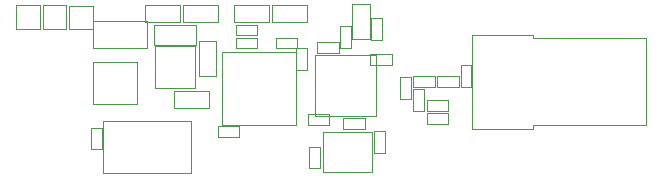
<source format=gbr>
%TF.GenerationSoftware,KiCad,Pcbnew,(5.1.9)-1*%
%TF.CreationDate,2021-11-01T00:10:39+05:30*%
%TF.ProjectId,STM32-nRF24,53544d33-322d-46e5-9246-32342e6b6963,Rev. A*%
%TF.SameCoordinates,Original*%
%TF.FileFunction,Other,User*%
%FSLAX46Y46*%
G04 Gerber Fmt 4.6, Leading zero omitted, Abs format (unit mm)*
G04 Created by KiCad (PCBNEW (5.1.9)-1) date 2021-11-01 00:10:39*
%MOMM*%
%LPD*%
G01*
G04 APERTURE LIST*
%ADD10C,0.050000*%
G04 APERTURE END LIST*
D10*
%TO.C,3v3*%
X85950000Y-155800000D02*
X83950000Y-155800000D01*
X85950000Y-155800000D02*
X85950000Y-153800000D01*
X83950000Y-153800000D02*
X83950000Y-155800000D01*
X83950000Y-153800000D02*
X85950000Y-153800000D01*
%TO.C,REF\u002A\u002A*%
X90450000Y-155850000D02*
X88450000Y-155850000D01*
X90450000Y-155850000D02*
X90450000Y-153850000D01*
X88450000Y-153850000D02*
X88450000Y-155850000D01*
X88450000Y-153850000D02*
X90450000Y-153850000D01*
%TO.C,5v*%
X88200000Y-155800000D02*
X86200000Y-155800000D01*
X88200000Y-155800000D02*
X88200000Y-153800000D01*
X86200000Y-153800000D02*
X86200000Y-155800000D01*
X86200000Y-153800000D02*
X88200000Y-153800000D01*
%TO.C,C1*%
X100880000Y-159780000D02*
X99420000Y-159780000D01*
X99420000Y-159780000D02*
X99420000Y-156820000D01*
X99420000Y-156820000D02*
X100880000Y-156820000D01*
X100880000Y-156820000D02*
X100880000Y-159780000D01*
%TO.C,C2*%
X97320000Y-162530000D02*
X97320000Y-161070000D01*
X97320000Y-161070000D02*
X100280000Y-161070000D01*
X100280000Y-161070000D02*
X100280000Y-162530000D01*
X100280000Y-162530000D02*
X97320000Y-162530000D01*
%TO.C,C3*%
X91210000Y-164190000D02*
X91210000Y-166010000D01*
X90290000Y-164190000D02*
X91210000Y-164190000D01*
X90290000Y-166010000D02*
X90290000Y-164190000D01*
X91210000Y-166010000D02*
X90290000Y-166010000D01*
%TO.C,C4*%
X104360000Y-155440000D02*
X104360000Y-156360000D01*
X104360000Y-156360000D02*
X102540000Y-156360000D01*
X102540000Y-156360000D02*
X102540000Y-155440000D01*
X102540000Y-155440000D02*
X104360000Y-155440000D01*
%TO.C,C5*%
X107760000Y-157460000D02*
X105940000Y-157460000D01*
X107760000Y-156540000D02*
X107760000Y-157460000D01*
X105940000Y-156540000D02*
X107760000Y-156540000D01*
X105940000Y-157460000D02*
X105940000Y-156540000D01*
%TO.C,C6*%
X104360000Y-156540000D02*
X104360000Y-157460000D01*
X104360000Y-157460000D02*
X102540000Y-157460000D01*
X102540000Y-157460000D02*
X102540000Y-156540000D01*
X102540000Y-156540000D02*
X104360000Y-156540000D01*
%TO.C,C7*%
X101040000Y-164040000D02*
X102860000Y-164040000D01*
X101040000Y-164960000D02*
X101040000Y-164040000D01*
X102860000Y-164960000D02*
X101040000Y-164960000D01*
X102860000Y-164040000D02*
X102860000Y-164960000D01*
%TO.C,C8*%
X113880000Y-156680000D02*
X112420000Y-156680000D01*
X112420000Y-156680000D02*
X112420000Y-153720000D01*
X112420000Y-153720000D02*
X113880000Y-153720000D01*
X113880000Y-153720000D02*
X113880000Y-156680000D01*
%TO.C,C9*%
X112310000Y-157410000D02*
X111390000Y-157410000D01*
X111390000Y-157410000D02*
X111390000Y-155590000D01*
X111390000Y-155590000D02*
X112310000Y-155590000D01*
X112310000Y-155590000D02*
X112310000Y-157410000D01*
%TO.C,C10*%
X113940000Y-158860000D02*
X113940000Y-157940000D01*
X113940000Y-157940000D02*
X115760000Y-157940000D01*
X115760000Y-157940000D02*
X115760000Y-158860000D01*
X115760000Y-158860000D02*
X113940000Y-158860000D01*
%TO.C,C11*%
X108640000Y-163040000D02*
X110460000Y-163040000D01*
X108640000Y-163960000D02*
X108640000Y-163040000D01*
X110460000Y-163960000D02*
X108640000Y-163960000D01*
X110460000Y-163040000D02*
X110460000Y-163960000D01*
%TO.C,C12*%
X111260000Y-156940000D02*
X111260000Y-157860000D01*
X111260000Y-157860000D02*
X109440000Y-157860000D01*
X109440000Y-157860000D02*
X109440000Y-156940000D01*
X109440000Y-156940000D02*
X111260000Y-156940000D01*
%TO.C,C13*%
X114290000Y-166310000D02*
X114290000Y-164490000D01*
X115210000Y-166310000D02*
X114290000Y-166310000D01*
X115210000Y-164490000D02*
X115210000Y-166310000D01*
X114290000Y-164490000D02*
X115210000Y-164490000D01*
%TO.C,C14*%
X109710000Y-167610000D02*
X108790000Y-167610000D01*
X108790000Y-167610000D02*
X108790000Y-165790000D01*
X108790000Y-165790000D02*
X109710000Y-165790000D01*
X109710000Y-165790000D02*
X109710000Y-167610000D01*
%TO.C,C15*%
X119590000Y-159840000D02*
X121410000Y-159840000D01*
X119590000Y-160760000D02*
X119590000Y-159840000D01*
X121410000Y-160760000D02*
X119590000Y-160760000D01*
X121410000Y-159840000D02*
X121410000Y-160760000D01*
%TO.C,C16*%
X121590000Y-158890000D02*
X122510000Y-158890000D01*
X122510000Y-158890000D02*
X122510000Y-160710000D01*
X122510000Y-160710000D02*
X121590000Y-160710000D01*
X121590000Y-160710000D02*
X121590000Y-158890000D01*
%TO.C,C17*%
X120560000Y-162940000D02*
X120560000Y-163860000D01*
X120560000Y-163860000D02*
X118740000Y-163860000D01*
X118740000Y-163860000D02*
X118740000Y-162940000D01*
X118740000Y-162940000D02*
X120560000Y-162940000D01*
%TO.C,C18*%
X118740000Y-161840000D02*
X120560000Y-161840000D01*
X118740000Y-162760000D02*
X118740000Y-161840000D01*
X120560000Y-162760000D02*
X118740000Y-162760000D01*
X120560000Y-161840000D02*
X120560000Y-162760000D01*
%TO.C,D1*%
X98070000Y-155230000D02*
X98070000Y-153770000D01*
X98070000Y-153770000D02*
X101030000Y-153770000D01*
X101030000Y-153770000D02*
X101030000Y-155230000D01*
X101030000Y-155230000D02*
X98070000Y-155230000D01*
%TO.C,D2*%
X102420000Y-153770000D02*
X105380000Y-153770000D01*
X102420000Y-155230000D02*
X102420000Y-153770000D01*
X105380000Y-155230000D02*
X102420000Y-155230000D01*
X105380000Y-153770000D02*
X105380000Y-155230000D01*
%TO.C,F1*%
X95030000Y-155180000D02*
X95030000Y-157420000D01*
X95030000Y-157420000D02*
X90470000Y-157420000D01*
X90470000Y-157420000D02*
X90470000Y-155180000D01*
X90470000Y-155180000D02*
X95030000Y-155180000D01*
%TO.C,FB1*%
X99150000Y-155450000D02*
X99150000Y-157150000D01*
X99150000Y-157150000D02*
X95650000Y-157150000D01*
X95650000Y-157150000D02*
X95650000Y-155450000D01*
X95650000Y-155450000D02*
X99150000Y-155450000D01*
%TO.C,J2*%
X127750000Y-156620000D02*
X137270000Y-156620000D01*
X127750000Y-156620000D02*
X127750000Y-156300000D01*
X137270000Y-163980000D02*
X127750000Y-163980000D01*
X127750000Y-163980000D02*
X127750000Y-164300000D01*
X122550000Y-164300000D02*
X122550000Y-156300000D01*
X127750000Y-164300000D02*
X122550000Y-164300000D01*
X137270000Y-156620000D02*
X137270000Y-163980000D01*
X127750000Y-156300000D02*
X122550000Y-156300000D01*
%TO.C,J3*%
X98740000Y-163600000D02*
X91340000Y-163600000D01*
X91340000Y-163600000D02*
X91340000Y-168050000D01*
X91340000Y-168050000D02*
X98740000Y-168050000D01*
X98740000Y-168050000D02*
X98740000Y-163600000D01*
%TO.C,L1*%
X117555000Y-160770000D02*
X117555000Y-159830000D01*
X117555000Y-159830000D02*
X119415000Y-159830000D01*
X119415000Y-159830000D02*
X119415000Y-160770000D01*
X119415000Y-160770000D02*
X117555000Y-160770000D01*
%TO.C,L2*%
X116480000Y-161730000D02*
X116480000Y-159870000D01*
X117420000Y-161730000D02*
X116480000Y-161730000D01*
X117420000Y-159870000D02*
X117420000Y-161730000D01*
X116480000Y-159870000D02*
X117420000Y-159870000D01*
%TO.C,L3*%
X118520000Y-162730000D02*
X117580000Y-162730000D01*
X117580000Y-162730000D02*
X117580000Y-160870000D01*
X117580000Y-160870000D02*
X118520000Y-160870000D01*
X118520000Y-160870000D02*
X118520000Y-162730000D01*
%TO.C,R1*%
X108620000Y-157470000D02*
X108620000Y-159330000D01*
X107680000Y-157470000D02*
X108620000Y-157470000D01*
X107680000Y-159330000D02*
X107680000Y-157470000D01*
X108620000Y-159330000D02*
X107680000Y-159330000D01*
%TO.C,R2*%
X97830000Y-153770000D02*
X97830000Y-155230000D01*
X97830000Y-155230000D02*
X94870000Y-155230000D01*
X94870000Y-155230000D02*
X94870000Y-153770000D01*
X94870000Y-153770000D02*
X97830000Y-153770000D01*
%TO.C,R3*%
X108580000Y-155230000D02*
X105620000Y-155230000D01*
X108580000Y-153770000D02*
X108580000Y-155230000D01*
X105620000Y-153770000D02*
X108580000Y-153770000D01*
X105620000Y-155230000D02*
X105620000Y-153770000D01*
%TO.C,R4*%
X114920000Y-156730000D02*
X113980000Y-156730000D01*
X113980000Y-156730000D02*
X113980000Y-154870000D01*
X113980000Y-154870000D02*
X114920000Y-154870000D01*
X114920000Y-154870000D02*
X114920000Y-156730000D01*
%TO.C,R5*%
X111620000Y-164270000D02*
X111620000Y-163330000D01*
X111620000Y-163330000D02*
X113480000Y-163330000D01*
X113480000Y-163330000D02*
X113480000Y-164270000D01*
X113480000Y-164270000D02*
X111620000Y-164270000D01*
%TO.C,U1*%
X95700000Y-157300000D02*
X99100000Y-157300000D01*
X99100000Y-157300000D02*
X99100000Y-160800000D01*
X99100000Y-160800000D02*
X95700000Y-160800000D01*
X95700000Y-160800000D02*
X95700000Y-157300000D01*
%TO.C,U2*%
X90430000Y-162180000D02*
X94230000Y-162180000D01*
X90430000Y-158580000D02*
X90430000Y-162180000D01*
X94230000Y-158580000D02*
X90430000Y-158580000D01*
X94230000Y-162180000D02*
X94230000Y-158580000D01*
%TO.C,U3*%
X107624999Y-157725001D02*
X101384999Y-157725001D01*
X101384999Y-157725001D02*
X101384999Y-163965001D01*
X101384999Y-163965001D02*
X107624999Y-163965001D01*
X107624999Y-163965001D02*
X107624999Y-157725001D01*
%TO.C,U4*%
X109250000Y-158000000D02*
X109250000Y-163200000D01*
X109250000Y-163200000D02*
X114450000Y-163200000D01*
X114450000Y-163200000D02*
X114450000Y-158000000D01*
X114450000Y-158000000D02*
X109250000Y-158000000D01*
%TO.C,Y1*%
X114100000Y-167900000D02*
X114100000Y-164500000D01*
X114100000Y-164500000D02*
X109900000Y-164500000D01*
X109900000Y-164500000D02*
X109900000Y-167900000D01*
X109900000Y-167900000D02*
X114100000Y-167900000D01*
%TD*%
M02*

</source>
